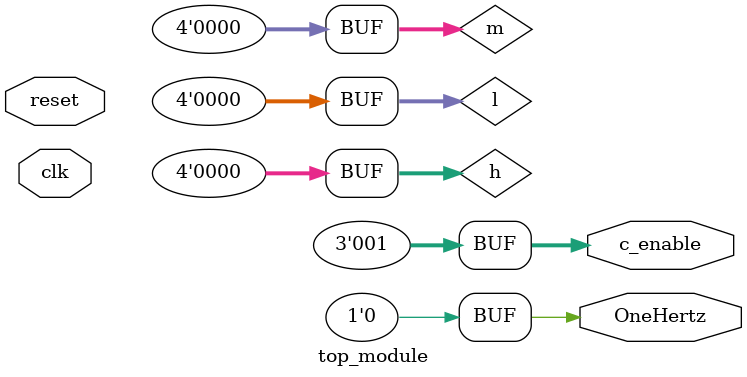
<source format=v>
module top_module (
    input clk,
    input reset,
    output OneHertz,
    output [2:0] c_enable
); //

    reg [3:0] l, m, h;
	initial l = 4'b0;
	initial m = 4'b0;
	initial h = 4'b0;
	
    assign OneHertz = (h == 4'd9 && m == 4'd9 && l == 4'd9);
    assign c_enable = {m == 4'd9 && l == 4'd9, l == 4'd9, 1'b1};
	
    bcdcount counter0 (clk, reset, c_enable[0], l);
    bcdcount counter1 (clk, reset, c_enable[1], m);
    bcdcount counter2 (clk, reset, c_enable[2], h);

endmodule

</source>
